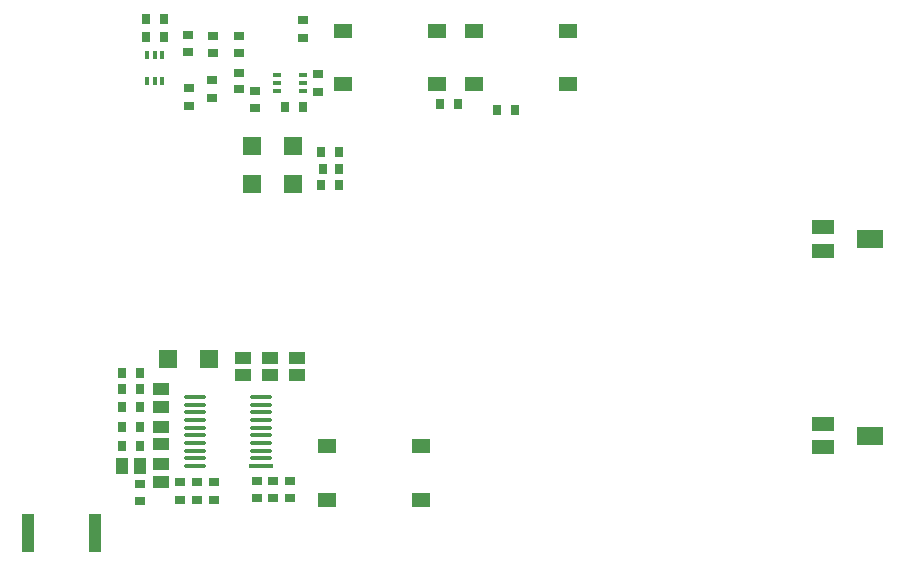
<source format=gtp>
G04 Layer_Color=8421504*
%FSLAX25Y25*%
%MOIN*%
G70*
G01*
G75*
%ADD10R,0.07480X0.04724*%
%ADD11R,0.08661X0.06299*%
%ADD12R,0.05512X0.04331*%
%ADD13R,0.06000X0.06000*%
%ADD14R,0.04331X0.05512*%
%ADD15R,0.03543X0.02756*%
%ADD16R,0.03150X0.03543*%
%ADD17R,0.03543X0.03150*%
%ADD18R,0.01575X0.03150*%
%ADD19R,0.03150X0.01575*%
%ADD20R,0.02756X0.03543*%
%ADD21R,0.04331X0.12992*%
%ADD22R,0.06102X0.05118*%
%ADD23R,0.07874X0.01181*%
%ADD24O,0.07874X0.01181*%
D10*
X382874Y152437D02*
D03*
Y144563D02*
D03*
Y217937D02*
D03*
Y210063D02*
D03*
D11*
X398425Y148500D02*
D03*
Y214000D02*
D03*
D12*
X162000Y158047D02*
D03*
Y163953D02*
D03*
X207500Y174453D02*
D03*
Y168547D02*
D03*
X162000Y145595D02*
D03*
Y151500D02*
D03*
X198500Y168547D02*
D03*
Y174453D02*
D03*
X189500Y174453D02*
D03*
Y168547D02*
D03*
X161953Y138906D02*
D03*
Y133000D02*
D03*
D13*
X164598Y174000D02*
D03*
X178098D02*
D03*
X192500Y232500D02*
D03*
X206000D02*
D03*
X192500Y245059D02*
D03*
X206000D02*
D03*
D14*
X149047Y138500D02*
D03*
X154953D02*
D03*
D15*
X174000Y127094D02*
D03*
Y133000D02*
D03*
X199500Y127547D02*
D03*
Y133453D02*
D03*
X205000Y133453D02*
D03*
Y127547D02*
D03*
X179634Y132953D02*
D03*
Y127047D02*
D03*
X154953Y126550D02*
D03*
Y132455D02*
D03*
X168500Y133000D02*
D03*
Y127094D02*
D03*
X194000Y133453D02*
D03*
Y127547D02*
D03*
X171500Y258335D02*
D03*
Y264240D02*
D03*
X214500Y263047D02*
D03*
Y268953D02*
D03*
X193500Y257547D02*
D03*
Y263453D02*
D03*
X178995Y261094D02*
D03*
Y267000D02*
D03*
X209500Y286953D02*
D03*
Y281047D02*
D03*
D16*
X221512Y237500D02*
D03*
X216000D02*
D03*
D17*
X179500Y276000D02*
D03*
Y281512D02*
D03*
X171000Y282012D02*
D03*
Y276500D02*
D03*
X188000Y281512D02*
D03*
Y276000D02*
D03*
Y263988D02*
D03*
Y269500D02*
D03*
D18*
X162559Y266839D02*
D03*
X160000D02*
D03*
X157441D02*
D03*
Y275500D02*
D03*
X160000D02*
D03*
X162559D02*
D03*
D19*
X209331Y268559D02*
D03*
Y266000D02*
D03*
Y263441D02*
D03*
X200669D02*
D03*
Y266000D02*
D03*
Y268559D02*
D03*
D20*
X154953Y163933D02*
D03*
X149047D02*
D03*
X149047Y169500D02*
D03*
X154953D02*
D03*
X154953Y158000D02*
D03*
X149047D02*
D03*
X154953Y151500D02*
D03*
X149047D02*
D03*
X154953Y145000D02*
D03*
X149047D02*
D03*
X221453Y232000D02*
D03*
X215547D02*
D03*
X215547Y242882D02*
D03*
X221453D02*
D03*
X157047Y281500D02*
D03*
X162953D02*
D03*
X162953Y287500D02*
D03*
X157047D02*
D03*
X203547Y258000D02*
D03*
X209453D02*
D03*
X255047Y259000D02*
D03*
X260953D02*
D03*
X279953Y257000D02*
D03*
X274047D02*
D03*
D21*
X140220Y116000D02*
D03*
X117780D02*
D03*
D22*
X248650Y127142D02*
D03*
X217350D02*
D03*
X248650Y144858D02*
D03*
X217350D02*
D03*
X254150Y265642D02*
D03*
X222850D02*
D03*
X254150Y283358D02*
D03*
X222850D02*
D03*
X297650Y265642D02*
D03*
X266350D02*
D03*
X297650Y283358D02*
D03*
X266350D02*
D03*
D23*
X195500Y138311D02*
D03*
D24*
Y140870D02*
D03*
Y143429D02*
D03*
Y145988D02*
D03*
Y148547D02*
D03*
Y151106D02*
D03*
Y153665D02*
D03*
Y156224D02*
D03*
Y158783D02*
D03*
Y161343D02*
D03*
X173453Y138311D02*
D03*
Y140870D02*
D03*
Y143429D02*
D03*
Y145988D02*
D03*
Y148547D02*
D03*
Y151106D02*
D03*
Y153665D02*
D03*
Y156224D02*
D03*
Y158783D02*
D03*
Y161343D02*
D03*
M02*

</source>
